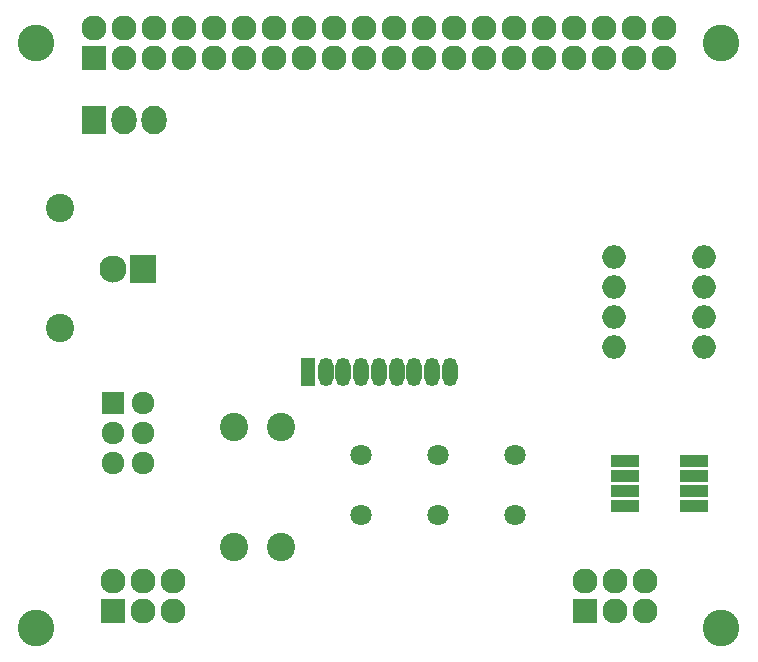
<source format=gts>
G04 #@! TF.FileFunction,Soldermask,Top*
%FSLAX46Y46*%
G04 Gerber Fmt 4.6, Leading zero omitted, Abs format (unit mm)*
G04 Created by KiCad (PCBNEW 4.0.5) date *
%MOMM*%
%LPD*%
G01*
G04 APERTURE LIST*
%ADD10C,0.150000*%
%ADD11C,3.100000*%
%ADD12R,2.127200X2.127200*%
%ADD13O,2.127200X2.127200*%
%ADD14R,2.127200X2.432000*%
%ADD15O,2.127200X2.432000*%
%ADD16O,2.000000X2.000000*%
%ADD17R,2.300000X2.400000*%
%ADD18C,2.300000*%
%ADD19C,1.800000*%
%ADD20C,2.398980*%
%ADD21R,1.924000X1.924000*%
%ADD22C,1.924000*%
%ADD23R,2.400000X1.000000*%
%ADD24R,1.300000X2.400000*%
%ADD25O,1.300000X2.400000*%
G04 APERTURE END LIST*
D10*
D11*
X136500000Y-116500000D03*
X136500000Y-67000000D03*
X78500000Y-116500000D03*
D12*
X83370000Y-68270000D03*
D13*
X83370000Y-65730000D03*
X85910000Y-68270000D03*
X85910000Y-65730000D03*
X88450000Y-68270000D03*
X88450000Y-65730000D03*
X90990000Y-68270000D03*
X90990000Y-65730000D03*
X93530000Y-68270000D03*
X93530000Y-65730000D03*
X96070000Y-68270000D03*
X96070000Y-65730000D03*
X98610000Y-68270000D03*
X98610000Y-65730000D03*
X101150000Y-68270000D03*
X101150000Y-65730000D03*
X103690000Y-68270000D03*
X103690000Y-65730000D03*
X106230000Y-68270000D03*
X106230000Y-65730000D03*
X108770000Y-68270000D03*
X108770000Y-65730000D03*
X111310000Y-68270000D03*
X111310000Y-65730000D03*
X113850000Y-68270000D03*
X113850000Y-65730000D03*
X116390000Y-68270000D03*
X116390000Y-65730000D03*
X118930000Y-68270000D03*
X118930000Y-65730000D03*
X121470000Y-68270000D03*
X121470000Y-65730000D03*
X124010000Y-68270000D03*
X124010000Y-65730000D03*
X126550000Y-68270000D03*
X126550000Y-65730000D03*
X129090000Y-68270000D03*
X129090000Y-65730000D03*
X131630000Y-68270000D03*
X131630000Y-65730000D03*
D11*
X78500000Y-67000000D03*
D14*
X83420000Y-73500000D03*
D15*
X85960000Y-73500000D03*
X88500000Y-73500000D03*
D16*
X127380000Y-85130000D03*
X127380000Y-87670000D03*
X127380000Y-90210000D03*
X127380000Y-92750000D03*
X135000000Y-92750000D03*
X135000000Y-90210000D03*
X135000000Y-87670000D03*
X135000000Y-85130000D03*
D17*
X87547600Y-86129100D03*
D18*
X85007600Y-86129100D03*
D19*
X105950000Y-106900000D03*
X105950000Y-101900000D03*
X112500000Y-106900000D03*
X112500000Y-101900000D03*
X119000000Y-106900000D03*
X119000000Y-101900000D03*
D20*
X95250000Y-109660000D03*
X95250000Y-99500000D03*
X99250000Y-109660000D03*
X99250000Y-99500000D03*
X80461000Y-80960200D03*
X80461000Y-91120200D03*
D12*
X84960000Y-115040000D03*
D13*
X84960000Y-112500000D03*
X87500000Y-115040000D03*
X87500000Y-112500000D03*
X90040000Y-115040000D03*
X90040000Y-112500000D03*
D12*
X124920000Y-115040000D03*
D13*
X124920000Y-112500000D03*
X127460000Y-115040000D03*
X127460000Y-112500000D03*
X130000000Y-115040000D03*
X130000000Y-112500000D03*
D21*
X84960000Y-97420000D03*
D22*
X84960000Y-99960000D03*
X84960000Y-102500000D03*
X87500000Y-102500000D03*
X87500000Y-99960000D03*
X87500000Y-97420000D03*
D23*
X128358480Y-102326680D03*
X128358480Y-103596680D03*
X128358480Y-104866680D03*
X128358480Y-106136680D03*
X134158480Y-106136680D03*
X134158480Y-104866680D03*
X134158480Y-103596680D03*
X134158480Y-102326680D03*
D24*
X101500000Y-94800000D03*
D25*
X103000000Y-94800000D03*
X104500000Y-94800000D03*
X106000000Y-94800000D03*
X109000000Y-94800000D03*
X110500000Y-94800000D03*
X107500000Y-94800000D03*
X112000000Y-94800000D03*
X113500000Y-94800000D03*
M02*

</source>
